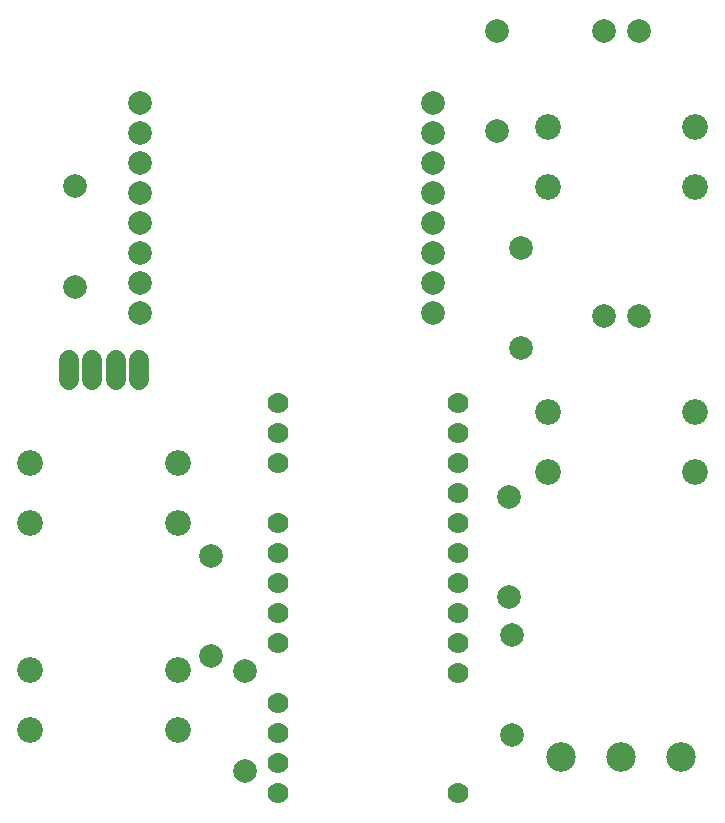
<source format=gbr>
G04 EAGLE Gerber RS-274X export*
G75*
%MOMM*%
%FSLAX34Y34*%
%LPD*%
%INTop Copper*%
%IPPOS*%
%AMOC8*
5,1,8,0,0,1.08239X$1,22.5*%
G01*
G04 Define Apertures*
%ADD10C,1.778000*%
%ADD11C,2.000000*%
%ADD12C,1.651000*%
%ADD13C,2.500000*%
%ADD14C,2.184400*%
D10*
X838200Y177800D03*
X838200Y203200D03*
X838200Y228600D03*
X838200Y254000D03*
X838200Y279400D03*
X838200Y304800D03*
X838200Y330200D03*
X838200Y355600D03*
X838200Y381000D03*
X838200Y406400D03*
X685800Y406400D03*
X685800Y381000D03*
X685800Y355600D03*
X685800Y304800D03*
X685800Y279400D03*
X685800Y254000D03*
X685800Y228600D03*
X685800Y203200D03*
X685800Y152400D03*
X685800Y127000D03*
X838200Y76200D03*
X685800Y76200D03*
X685800Y101600D03*
D11*
X514357Y589863D03*
X514357Y504863D03*
X871220Y636364D03*
X871220Y721364D03*
D12*
X508565Y442595D02*
X508565Y426085D01*
X528565Y426085D02*
X528565Y442595D01*
X548565Y442595D02*
X548565Y426085D01*
X568565Y426085D02*
X568565Y442595D01*
D13*
X925836Y106680D03*
X976636Y106680D03*
X1027436Y106680D03*
D11*
X568960Y482610D03*
X568960Y508010D03*
X568960Y533410D03*
X568960Y558810D03*
X568960Y584210D03*
X568960Y609610D03*
X568960Y635010D03*
X568960Y660410D03*
X816960Y482610D03*
X816960Y508010D03*
X816960Y533410D03*
X816960Y558810D03*
X816960Y584210D03*
X816960Y609610D03*
X816960Y635010D03*
X816960Y660410D03*
X881380Y241980D03*
X881380Y326980D03*
X629350Y276750D03*
X629350Y191750D03*
X657860Y94660D03*
X657860Y179660D03*
X883920Y125140D03*
X883920Y210140D03*
X961636Y480060D03*
X991636Y480060D03*
X891540Y452800D03*
X891540Y537800D03*
X961636Y721360D03*
X991636Y721360D03*
D14*
X476065Y304800D03*
X476065Y355600D03*
X601065Y304800D03*
X601065Y355600D03*
X476065Y129171D03*
X476065Y179971D03*
X601065Y129171D03*
X601065Y179971D03*
X914136Y347980D03*
X914136Y398780D03*
X1039136Y347980D03*
X1039136Y398780D03*
X1039136Y640080D03*
X1039136Y589280D03*
X914136Y640080D03*
X914136Y589280D03*
M02*

</source>
